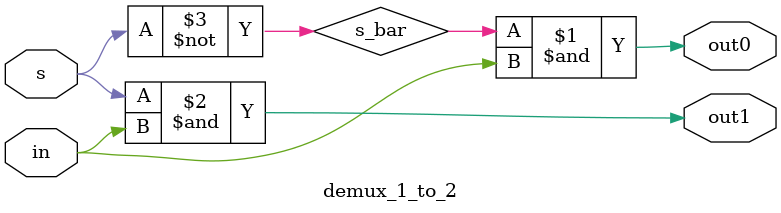
<source format=v>
/* ------------------------------------------------------ *
 * Project     : Digital Clock                            *
 * Module      : demux_1_to_2                             *
 * ------------------------------------------------------ *
 * File        : demux_1_to_2.v                           *
 * Author      : Nallinikanth                             *
 * Last Edit   : 25/05/2021                               *
 * ------------------------------------------------------ *
 * Description : Creates a 1:2 DEMUX 			          *
 * ------------------------------------------------------ */


module demux_1_to_2 (output out0,
                     output out1,
                     input s,
                     input in);

wire s_bar;

not Gs (s_bar,s);

and G00 (out0, s_bar, in),
    G10 (out1, s,     in);


endmodule

</source>
